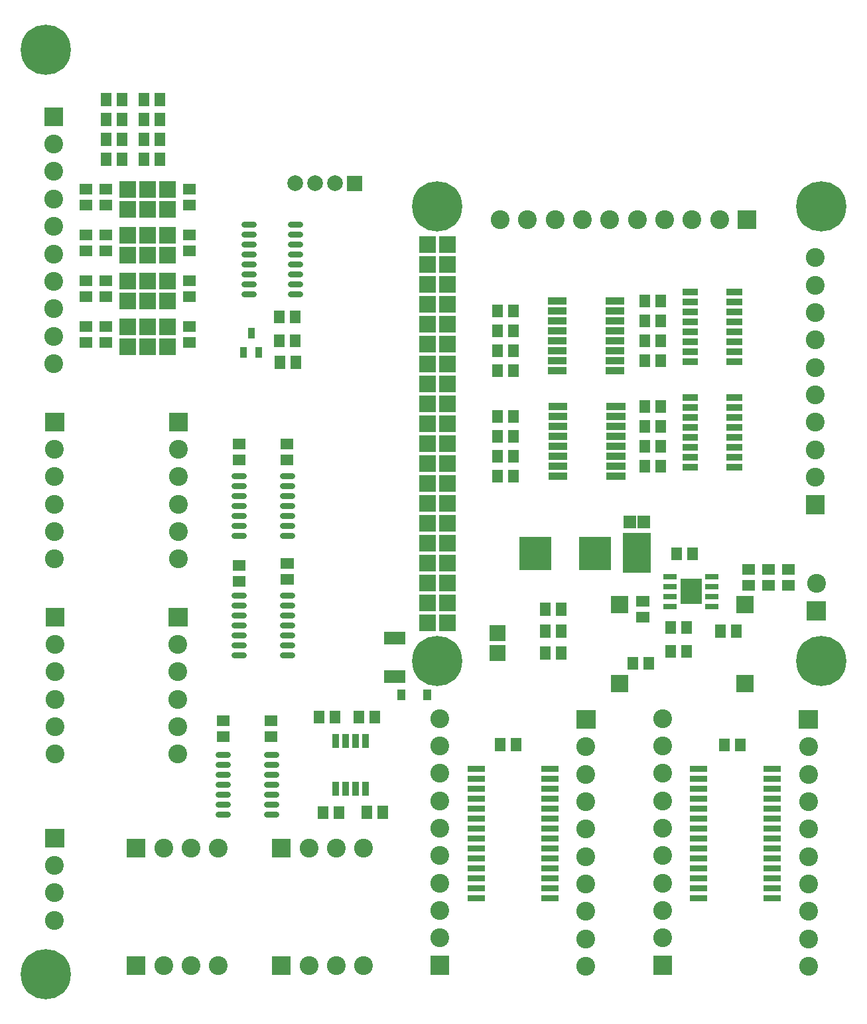
<source format=gbs>
G04 Layer: BottomSolderMaskLayer*
G04 EasyEDA v6.1.33, Mon, 29 Apr 2019 14:12:14 GMT*
G04 9590ad248ff846a5af0387b98c7a360c,91cc4837159741479c5be70faa949f3f,10*
G04 Gerber Generator version 0.2*
G04 Scale: 100 percent, Rotated: No, Reflected: No *
G04 Dimensions in millimeters *
G04 leading zeros omitted , absolute positions ,3 integer and 3 decimal *
%FSLAX33Y33*%
%MOMM*%
G90*
G71D02*

%ADD60R,2.133600X2.133600*%
%ADD65R,2.403196X2.403196*%
%ADD66C,2.403196*%
%ADD70C,2.003196*%
%ADD72R,1.363218X1.673098*%
%ADD76C,6.403188*%
%ADD77C,0.803199*%
%ADD78R,0.903199X1.453210*%
%ADD82R,4.053840X4.203700*%
%ADD86R,1.753210X0.803199*%
%ADD87R,2.803195X3.303194*%
%ADD89R,1.112520X1.422400*%

%LPD*%
G54D77*
G01X35956Y99193D02*
G01X34756Y99193D01*
G01X35956Y97923D02*
G01X34756Y97923D01*
G01X35956Y96653D02*
G01X34756Y96653D01*
G01X35956Y95383D02*
G01X34756Y95383D01*
G01X35956Y94113D02*
G01X34756Y94113D01*
G01X35956Y92843D02*
G01X34756Y92843D01*
G01X35956Y91573D02*
G01X34756Y91573D01*
G01X35956Y90303D02*
G01X34756Y90303D01*
G01X30013Y99193D02*
G01X28813Y99193D01*
G01X30013Y97923D02*
G01X28813Y97923D01*
G01X30013Y96653D02*
G01X28813Y96653D01*
G01X30013Y95383D02*
G01X28813Y95383D01*
G01X30013Y94113D02*
G01X28813Y94113D01*
G01X30012Y92843D02*
G01X28812Y92843D01*
G01X30013Y91573D02*
G01X28813Y91573D01*
G01X30013Y90303D02*
G01X28813Y90303D01*
G01X34940Y67088D02*
G01X33740Y67088D01*
G01X34940Y65818D02*
G01X33740Y65818D01*
G01X34940Y64548D02*
G01X33740Y64548D01*
G01X34940Y63278D02*
G01X33740Y63278D01*
G01X34940Y62008D02*
G01X33740Y62008D01*
G01X34940Y60738D02*
G01X33740Y60738D01*
G01X34940Y59468D02*
G01X33740Y59468D01*
G01X28743Y67088D02*
G01X27543Y67088D01*
G01X28743Y65818D02*
G01X27543Y65818D01*
G01X28743Y64548D02*
G01X27543Y64548D01*
G01X28743Y63278D02*
G01X27543Y63278D01*
G01X28743Y62008D02*
G01X27543Y62008D01*
G01X28743Y60738D02*
G01X27543Y60738D01*
G01X28743Y59468D02*
G01X27543Y59468D01*
G01X34940Y51848D02*
G01X33740Y51848D01*
G01X34940Y50578D02*
G01X33740Y50578D01*
G01X34940Y49308D02*
G01X33740Y49308D01*
G01X34940Y48038D02*
G01X33740Y48038D01*
G01X34940Y46768D02*
G01X33740Y46768D01*
G01X34940Y45498D02*
G01X33740Y45498D01*
G01X34940Y44228D02*
G01X33740Y44228D01*
G01X28743Y51848D02*
G01X27543Y51848D01*
G01X28743Y50578D02*
G01X27543Y50578D01*
G01X28743Y49308D02*
G01X27543Y49308D01*
G01X28743Y48038D02*
G01X27543Y48038D01*
G01X28743Y46768D02*
G01X27543Y46768D01*
G01X28743Y45498D02*
G01X27543Y45498D01*
G01X28743Y44228D02*
G01X27543Y44228D01*
G01X32908Y31528D02*
G01X31708Y31528D01*
G01X32908Y30258D02*
G01X31708Y30258D01*
G01X32908Y28988D02*
G01X31708Y28988D01*
G01X32908Y27718D02*
G01X31708Y27718D01*
G01X32908Y26448D02*
G01X31708Y26448D01*
G01X32908Y25178D02*
G01X31708Y25178D01*
G01X32908Y23908D02*
G01X31708Y23908D01*
G01X26711Y31528D02*
G01X25511Y31528D01*
G01X26711Y30258D02*
G01X25511Y30258D01*
G01X26711Y28988D02*
G01X25511Y28988D01*
G01X26711Y27718D02*
G01X25511Y27718D01*
G01X26711Y26448D02*
G01X25511Y26448D01*
G01X26711Y25178D02*
G01X25511Y25178D01*
G01X26711Y23908D02*
G01X25511Y23908D01*
G36*
G01X21008Y83425D02*
G01X21008Y84786D01*
G01X22680Y84786D01*
G01X22680Y83425D01*
G01X21008Y83425D01*
G37*
G36*
G01X21008Y85457D02*
G01X21008Y86818D01*
G01X22680Y86818D01*
G01X22680Y85457D01*
G01X21008Y85457D01*
G37*
G36*
G01X10340Y85457D02*
G01X10340Y86818D01*
G01X12012Y86818D01*
G01X12012Y85457D01*
G01X10340Y85457D01*
G37*
G36*
G01X10340Y83425D02*
G01X10340Y84786D01*
G01X12012Y84786D01*
G01X12012Y83425D01*
G01X10340Y83425D01*
G37*
G36*
G01X7800Y83425D02*
G01X7800Y84786D01*
G01X9472Y84786D01*
G01X9472Y83425D01*
G01X7800Y83425D01*
G37*
G36*
G01X7800Y85457D02*
G01X7800Y86818D01*
G01X9472Y86818D01*
G01X9472Y85457D01*
G01X7800Y85457D01*
G37*
G36*
G01X21008Y89267D02*
G01X21008Y90628D01*
G01X22680Y90628D01*
G01X22680Y89267D01*
G01X21008Y89267D01*
G37*
G36*
G01X21008Y91299D02*
G01X21008Y92660D01*
G01X22680Y92660D01*
G01X22680Y91299D01*
G01X21008Y91299D01*
G37*
G36*
G01X10340Y91299D02*
G01X10340Y92660D01*
G01X12012Y92660D01*
G01X12012Y91299D01*
G01X10340Y91299D01*
G37*
G36*
G01X10340Y89267D02*
G01X10340Y90628D01*
G01X12012Y90628D01*
G01X12012Y89267D01*
G01X10340Y89267D01*
G37*
G36*
G01X7800Y89267D02*
G01X7800Y90628D01*
G01X9472Y90628D01*
G01X9472Y89267D01*
G01X7800Y89267D01*
G37*
G36*
G01X7800Y91299D02*
G01X7800Y92660D01*
G01X9472Y92660D01*
G01X9472Y91299D01*
G01X7800Y91299D01*
G37*
G36*
G01X21008Y95109D02*
G01X21008Y96470D01*
G01X22680Y96470D01*
G01X22680Y95109D01*
G01X21008Y95109D01*
G37*
G36*
G01X21008Y97141D02*
G01X21008Y98502D01*
G01X22680Y98502D01*
G01X22680Y97141D01*
G01X21008Y97141D01*
G37*
G36*
G01X10340Y97141D02*
G01X10340Y98502D01*
G01X12012Y98502D01*
G01X12012Y97141D01*
G01X10340Y97141D01*
G37*
G36*
G01X10340Y95109D02*
G01X10340Y96470D01*
G01X12012Y96470D01*
G01X12012Y95109D01*
G01X10340Y95109D01*
G37*
G36*
G01X7800Y95109D02*
G01X7800Y96470D01*
G01X9472Y96470D01*
G01X9472Y95109D01*
G01X7800Y95109D01*
G37*
G36*
G01X7800Y97141D02*
G01X7800Y98502D01*
G01X9472Y98502D01*
G01X9472Y97141D01*
G01X7800Y97141D01*
G37*
G36*
G01X21008Y100951D02*
G01X21008Y102312D01*
G01X22680Y102312D01*
G01X22680Y100951D01*
G01X21008Y100951D01*
G37*
G36*
G01X21008Y102983D02*
G01X21008Y104344D01*
G01X22680Y104344D01*
G01X22680Y102983D01*
G01X21008Y102983D01*
G37*
G36*
G01X10340Y102983D02*
G01X10340Y104344D01*
G01X12012Y104344D01*
G01X12012Y102983D01*
G01X10340Y102983D01*
G37*
G36*
G01X10340Y100951D02*
G01X10340Y102312D01*
G01X12012Y102312D01*
G01X12012Y100951D01*
G01X10340Y100951D01*
G37*
G36*
G01X7800Y100951D02*
G01X7800Y102312D01*
G01X9472Y102312D01*
G01X9472Y100951D01*
G01X7800Y100951D01*
G37*
G36*
G01X7800Y102983D02*
G01X7800Y104344D01*
G01X9472Y104344D01*
G01X9472Y102983D01*
G01X7800Y102983D01*
G37*
G36*
G01X44785Y35518D02*
G01X44785Y37189D01*
G01X46147Y37189D01*
G01X46147Y35518D01*
G01X44785Y35518D01*
G37*
G36*
G01X42753Y35518D02*
G01X42753Y37189D01*
G01X44115Y37189D01*
G01X44115Y35518D01*
G01X42753Y35518D01*
G37*
G36*
G01X39705Y35518D02*
G01X39705Y37189D01*
G01X41067Y37189D01*
G01X41067Y35518D01*
G01X39705Y35518D01*
G37*
G36*
G01X37673Y35518D02*
G01X37673Y37189D01*
G01X39035Y37189D01*
G01X39035Y35518D01*
G01X37673Y35518D01*
G37*
G36*
G01X40213Y23326D02*
G01X40213Y24997D01*
G01X41575Y24997D01*
G01X41575Y23326D01*
G01X40213Y23326D01*
G37*
G36*
G01X38181Y23326D02*
G01X38181Y24997D01*
G01X39543Y24997D01*
G01X39543Y23326D01*
G01X38181Y23326D01*
G37*
G54D72*
G01X44450Y24162D03*
G01X46482Y24162D03*
G36*
G01X32593Y86572D02*
G01X32593Y88243D01*
G01X33955Y88243D01*
G01X33955Y86572D01*
G01X32593Y86572D01*
G37*
G36*
G01X34625Y86572D02*
G01X34625Y88243D01*
G01X35987Y88243D01*
G01X35987Y86574D01*
G01X34625Y86572D01*
G37*
G54D78*
G01X29717Y85355D03*
G01X28767Y82856D03*
G01X30667Y82856D03*
G36*
G01X32593Y83524D02*
G01X32593Y85195D01*
G01X33955Y85195D01*
G01X33955Y83524D01*
G01X32593Y83524D01*
G37*
G36*
G01X34625Y83524D02*
G01X34625Y85195D01*
G01X35987Y85195D01*
G01X35987Y83526D01*
G01X34625Y83524D01*
G37*
G36*
G01X32685Y80788D02*
G01X32685Y82460D01*
G01X34046Y82460D01*
G01X34046Y80788D01*
G01X32685Y80788D01*
G37*
G36*
G01X34717Y80788D02*
G01X34717Y82460D01*
G01X36078Y82460D01*
G01X36078Y80791D01*
G01X34717Y80788D01*
G37*
G54D72*
G01X13207Y115094D03*
G01X11175Y115094D03*
G01X18033Y115094D03*
G01X16001Y115094D03*
G01X13207Y107474D03*
G01X11175Y107474D03*
G01X18033Y107474D03*
G01X16001Y107474D03*
G01X13207Y110014D03*
G01X11175Y110014D03*
G01X18033Y110014D03*
G01X16001Y110014D03*
G01X13207Y112554D03*
G01X11175Y112554D03*
G01X18033Y112554D03*
G01X16001Y112554D03*
G36*
G01X57315Y12833D02*
G01X57315Y13646D01*
G01X59525Y13646D01*
G01X59525Y12833D01*
G01X57315Y12833D01*
G37*
G36*
G01X57315Y14103D02*
G01X57315Y14916D01*
G01X59525Y14916D01*
G01X59525Y14103D01*
G01X57315Y14103D01*
G37*
G36*
G01X57315Y15373D02*
G01X57315Y16186D01*
G01X59525Y16186D01*
G01X59525Y15373D01*
G01X57315Y15373D01*
G37*
G36*
G01X57315Y16643D02*
G01X57315Y17456D01*
G01X59525Y17456D01*
G01X59525Y16643D01*
G01X57315Y16643D01*
G37*
G36*
G01X57315Y17913D02*
G01X57315Y18726D01*
G01X59525Y18726D01*
G01X59525Y17913D01*
G01X57315Y17913D01*
G37*
G36*
G01X57315Y19183D02*
G01X57315Y19996D01*
G01X59525Y19996D01*
G01X59525Y19183D01*
G01X57315Y19183D01*
G37*
G36*
G01X57315Y20453D02*
G01X57315Y21266D01*
G01X59525Y21266D01*
G01X59525Y20453D01*
G01X57315Y20453D01*
G37*
G36*
G01X57315Y21723D02*
G01X57315Y22536D01*
G01X59525Y22536D01*
G01X59525Y21723D01*
G01X57315Y21723D01*
G37*
G36*
G01X57315Y22993D02*
G01X57315Y23806D01*
G01X59525Y23806D01*
G01X59525Y22993D01*
G01X57315Y22993D01*
G37*
G36*
G01X57315Y24263D02*
G01X57315Y25076D01*
G01X59525Y25076D01*
G01X59525Y24263D01*
G01X57315Y24263D01*
G37*
G36*
G01X57315Y25533D02*
G01X57315Y26346D01*
G01X59525Y26346D01*
G01X59525Y25533D01*
G01X57315Y25533D01*
G37*
G36*
G01X57315Y26803D02*
G01X57315Y27616D01*
G01X59525Y27616D01*
G01X59525Y26803D01*
G01X57315Y26803D01*
G37*
G36*
G01X57315Y28073D02*
G01X57315Y28886D01*
G01X59525Y28886D01*
G01X59525Y28073D01*
G01X57315Y28073D01*
G37*
G36*
G01X57315Y29343D02*
G01X57315Y30156D01*
G01X59525Y30156D01*
G01X59525Y29343D01*
G01X57315Y29343D01*
G37*
G36*
G01X66713Y12833D02*
G01X66713Y13646D01*
G01X68923Y13646D01*
G01X68923Y12833D01*
G01X66713Y12833D01*
G37*
G36*
G01X66713Y14103D02*
G01X66713Y14916D01*
G01X68923Y14916D01*
G01X68923Y14103D01*
G01X66713Y14103D01*
G37*
G36*
G01X66713Y15373D02*
G01X66713Y16186D01*
G01X68923Y16186D01*
G01X68923Y15373D01*
G01X66713Y15373D01*
G37*
G36*
G01X66713Y16643D02*
G01X66713Y17456D01*
G01X68923Y17456D01*
G01X68923Y16643D01*
G01X66713Y16643D01*
G37*
G36*
G01X66713Y17913D02*
G01X66713Y18726D01*
G01X68923Y18726D01*
G01X68923Y17913D01*
G01X66713Y17913D01*
G37*
G36*
G01X66713Y19183D02*
G01X66713Y19996D01*
G01X68923Y19996D01*
G01X68923Y19183D01*
G01X66713Y19183D01*
G37*
G36*
G01X66713Y20453D02*
G01X66713Y21266D01*
G01X68923Y21266D01*
G01X68923Y20453D01*
G01X66713Y20453D01*
G37*
G36*
G01X66713Y21723D02*
G01X66713Y22536D01*
G01X68923Y22536D01*
G01X68923Y21723D01*
G01X66713Y21723D01*
G37*
G36*
G01X66713Y22993D02*
G01X66713Y23806D01*
G01X68923Y23806D01*
G01X68923Y22993D01*
G01X66713Y22993D01*
G37*
G36*
G01X66713Y24263D02*
G01X66713Y25076D01*
G01X68923Y25076D01*
G01X68923Y24263D01*
G01X66713Y24263D01*
G37*
G36*
G01X66713Y25533D02*
G01X66713Y26346D01*
G01X68923Y26346D01*
G01X68923Y25533D01*
G01X66713Y25533D01*
G37*
G36*
G01X66713Y26803D02*
G01X66713Y27616D01*
G01X68923Y27616D01*
G01X68923Y26803D01*
G01X66713Y26803D01*
G37*
G36*
G01X66713Y28073D02*
G01X66713Y28886D01*
G01X68923Y28886D01*
G01X68923Y28073D01*
G01X66713Y28073D01*
G37*
G36*
G01X66713Y29343D02*
G01X66713Y30156D01*
G01X68923Y30156D01*
G01X68923Y29343D01*
G01X66713Y29343D01*
G37*
G01X61468Y32798D03*
G01X63500Y32798D03*
G36*
G01X85705Y12833D02*
G01X85705Y13646D01*
G01X87914Y13646D01*
G01X87914Y12833D01*
G01X85705Y12833D01*
G37*
G36*
G01X85705Y14103D02*
G01X85705Y14916D01*
G01X87914Y14916D01*
G01X87914Y14103D01*
G01X85705Y14103D01*
G37*
G36*
G01X85705Y15373D02*
G01X85705Y16186D01*
G01X87914Y16186D01*
G01X87914Y15373D01*
G01X85705Y15373D01*
G37*
G36*
G01X85705Y16643D02*
G01X85705Y17456D01*
G01X87914Y17456D01*
G01X87914Y16643D01*
G01X85705Y16643D01*
G37*
G36*
G01X85705Y17913D02*
G01X85705Y18726D01*
G01X87914Y18726D01*
G01X87914Y17913D01*
G01X85705Y17913D01*
G37*
G36*
G01X85705Y19183D02*
G01X85705Y19996D01*
G01X87914Y19996D01*
G01X87914Y19183D01*
G01X85705Y19183D01*
G37*
G36*
G01X85705Y20453D02*
G01X85705Y21266D01*
G01X87914Y21266D01*
G01X87914Y20453D01*
G01X85705Y20453D01*
G37*
G36*
G01X85705Y21723D02*
G01X85705Y22536D01*
G01X87914Y22536D01*
G01X87914Y21723D01*
G01X85705Y21723D01*
G37*
G36*
G01X85705Y22993D02*
G01X85705Y23806D01*
G01X87914Y23806D01*
G01X87914Y22993D01*
G01X85705Y22993D01*
G37*
G36*
G01X85705Y24263D02*
G01X85705Y25076D01*
G01X87914Y25076D01*
G01X87914Y24263D01*
G01X85705Y24263D01*
G37*
G36*
G01X85705Y25533D02*
G01X85705Y26346D01*
G01X87914Y26346D01*
G01X87914Y25533D01*
G01X85705Y25533D01*
G37*
G36*
G01X85705Y26803D02*
G01X85705Y27616D01*
G01X87914Y27616D01*
G01X87914Y26803D01*
G01X85705Y26803D01*
G37*
G36*
G01X85705Y28073D02*
G01X85705Y28886D01*
G01X87914Y28886D01*
G01X87914Y28073D01*
G01X85705Y28073D01*
G37*
G36*
G01X85705Y29343D02*
G01X85705Y30156D01*
G01X87914Y30156D01*
G01X87914Y29343D01*
G01X85705Y29343D01*
G37*
G36*
G01X95103Y12833D02*
G01X95103Y13646D01*
G01X97312Y13646D01*
G01X97312Y12833D01*
G01X95103Y12833D01*
G37*
G36*
G01X95103Y14103D02*
G01X95103Y14916D01*
G01X97312Y14916D01*
G01X97312Y14103D01*
G01X95103Y14103D01*
G37*
G36*
G01X95103Y15373D02*
G01X95103Y16186D01*
G01X97312Y16186D01*
G01X97312Y15373D01*
G01X95103Y15373D01*
G37*
G36*
G01X95103Y16643D02*
G01X95103Y17456D01*
G01X97312Y17456D01*
G01X97312Y16643D01*
G01X95103Y16643D01*
G37*
G36*
G01X95103Y17913D02*
G01X95103Y18726D01*
G01X97312Y18726D01*
G01X97312Y17913D01*
G01X95103Y17913D01*
G37*
G36*
G01X95103Y19183D02*
G01X95103Y19996D01*
G01X97312Y19996D01*
G01X97312Y19183D01*
G01X95103Y19183D01*
G37*
G36*
G01X95103Y20453D02*
G01X95103Y21266D01*
G01X97312Y21266D01*
G01X97312Y20453D01*
G01X95103Y20453D01*
G37*
G36*
G01X95103Y21723D02*
G01X95103Y22536D01*
G01X97312Y22536D01*
G01X97312Y21723D01*
G01X95103Y21723D01*
G37*
G36*
G01X95103Y22993D02*
G01X95103Y23806D01*
G01X97312Y23806D01*
G01X97312Y22993D01*
G01X95103Y22993D01*
G37*
G36*
G01X95103Y24263D02*
G01X95103Y25076D01*
G01X97312Y25076D01*
G01X97312Y24263D01*
G01X95103Y24263D01*
G37*
G36*
G01X95103Y25533D02*
G01X95103Y26346D01*
G01X97312Y26346D01*
G01X97312Y25533D01*
G01X95103Y25533D01*
G37*
G36*
G01X95103Y26803D02*
G01X95103Y27616D01*
G01X97312Y27616D01*
G01X97312Y26803D01*
G01X95103Y26803D01*
G37*
G36*
G01X95103Y28073D02*
G01X95103Y28886D01*
G01X97312Y28886D01*
G01X97312Y28073D01*
G01X95103Y28073D01*
G37*
G36*
G01X95103Y29343D02*
G01X95103Y30156D01*
G01X97312Y30156D01*
G01X97312Y29343D01*
G01X95103Y29343D01*
G37*
G36*
G01X89431Y31962D02*
G01X89431Y33633D01*
G01X90792Y33633D01*
G01X90792Y31962D01*
G01X89431Y31962D01*
G37*
G36*
G01X91463Y31962D02*
G01X91463Y33633D01*
G01X92824Y33633D01*
G01X92824Y31962D01*
G01X91463Y31962D01*
G37*
G36*
G01X60475Y79714D02*
G01X60475Y81385D01*
G01X61836Y81385D01*
G01X61836Y79714D01*
G01X60475Y79714D01*
G37*
G36*
G01X62507Y79714D02*
G01X62507Y81385D01*
G01X63868Y81385D01*
G01X63868Y79714D01*
G01X62507Y79714D01*
G37*
G36*
G01X60475Y82254D02*
G01X60475Y83925D01*
G01X61836Y83925D01*
G01X61836Y82254D01*
G01X60475Y82254D01*
G37*
G36*
G01X62507Y82254D02*
G01X62507Y83925D01*
G01X63868Y83925D01*
G01X63868Y82254D01*
G01X62507Y82254D01*
G37*
G36*
G01X60475Y84794D02*
G01X60475Y86465D01*
G01X61836Y86465D01*
G01X61836Y84794D01*
G01X60475Y84794D01*
G37*
G36*
G01X62507Y84794D02*
G01X62507Y86465D01*
G01X63868Y86465D01*
G01X63868Y84794D01*
G01X62507Y84794D01*
G37*
G36*
G01X60475Y87334D02*
G01X60475Y89005D01*
G01X61836Y89005D01*
G01X61836Y87334D01*
G01X60475Y87334D01*
G37*
G36*
G01X62507Y87334D02*
G01X62507Y89005D01*
G01X63868Y89005D01*
G01X63868Y87334D01*
G01X62507Y87334D01*
G37*
G36*
G01X60475Y66252D02*
G01X60475Y67923D01*
G01X61836Y67923D01*
G01X61836Y66252D01*
G01X60475Y66252D01*
G37*
G36*
G01X62507Y66252D02*
G01X62507Y67923D01*
G01X63868Y67923D01*
G01X63868Y66252D01*
G01X62507Y66252D01*
G37*
G36*
G01X60475Y68792D02*
G01X60475Y70463D01*
G01X61836Y70463D01*
G01X61836Y68792D01*
G01X60475Y68792D01*
G37*
G36*
G01X62507Y68792D02*
G01X62507Y70463D01*
G01X63868Y70463D01*
G01X63868Y68792D01*
G01X62507Y68792D01*
G37*
G36*
G01X60475Y71332D02*
G01X60475Y73003D01*
G01X61836Y73003D01*
G01X61836Y71332D01*
G01X60475Y71332D01*
G37*
G36*
G01X62507Y71332D02*
G01X62507Y73003D01*
G01X63868Y73003D01*
G01X63868Y71332D01*
G01X62507Y71332D01*
G37*
G36*
G01X60475Y73872D02*
G01X60475Y75543D01*
G01X61836Y75543D01*
G01X61836Y73872D01*
G01X60475Y73872D01*
G37*
G36*
G01X62507Y73872D02*
G01X62507Y75543D01*
G01X63868Y75543D01*
G01X63868Y73872D01*
G01X62507Y73872D01*
G37*
G36*
G01X97462Y54469D02*
G01X97462Y55830D01*
G01X99134Y55830D01*
G01X99134Y54469D01*
G01X97462Y54469D01*
G37*
G36*
G01X97462Y52437D02*
G01X97462Y53798D01*
G01X99134Y53798D01*
G01X99134Y52437D01*
G01X97462Y52437D01*
G37*
G36*
G01X78862Y48373D02*
G01X78862Y49734D01*
G01X80533Y49734D01*
G01X80533Y48373D01*
G01X78862Y48373D01*
G37*
G36*
G01X78862Y50405D02*
G01X78862Y51766D01*
G01X80533Y51766D01*
G01X80533Y50405D01*
G01X78862Y50405D01*
G37*
G36*
G01X92382Y54469D02*
G01X92382Y55830D01*
G01X94054Y55830D01*
G01X94054Y54469D01*
G01X92382Y54469D01*
G37*
G36*
G01X92382Y52437D02*
G01X92382Y53798D01*
G01X94054Y53798D01*
G01X94054Y52437D01*
G01X92382Y52437D01*
G37*
G01X91636Y47276D03*
G01X89604Y47276D03*
G36*
G01X77747Y42376D02*
G01X77747Y44047D01*
G01X79108Y44047D01*
G01X79108Y42376D01*
G01X77747Y42376D01*
G37*
G36*
G01X79779Y42376D02*
G01X79779Y44047D01*
G01X81140Y44047D01*
G01X81140Y42376D01*
G01X79779Y42376D01*
G37*
G36*
G01X79042Y60410D02*
G01X79042Y62013D01*
G01X80635Y62013D01*
G01X80635Y60410D01*
G01X79042Y60410D01*
G37*
G36*
G01X77231Y60410D02*
G01X77231Y62013D01*
G01X78826Y62013D01*
G01X78826Y60410D01*
G01X77231Y60410D01*
G37*
G36*
G01X77155Y54789D02*
G01X77155Y59854D01*
G01X80716Y59854D01*
G01X80716Y54789D01*
G01X77155Y54789D01*
G37*
G36*
G01X94922Y54469D02*
G01X94922Y55830D01*
G01X96594Y55830D01*
G01X96594Y54469D01*
G01X94922Y54469D01*
G37*
G36*
G01X94922Y52437D02*
G01X94922Y53798D01*
G01X96594Y53798D01*
G01X96594Y52437D01*
G01X94922Y52437D01*
G37*
G54D82*
G01X65956Y57180D03*
G01X73627Y57180D03*
G54D72*
G01X69284Y50070D03*
G01X67252Y50070D03*
G01X69284Y47276D03*
G01X67252Y47276D03*
G01X69284Y44482D03*
G01X67252Y44482D03*
G36*
G01X82573Y46948D02*
G01X82573Y48619D01*
G01X83934Y48619D01*
G01X83934Y46948D01*
G01X82573Y46948D01*
G37*
G36*
G01X84605Y46948D02*
G01X84605Y48619D01*
G01X85966Y48619D01*
G01X85966Y46948D01*
G01X84605Y46948D01*
G37*
G36*
G01X82573Y43900D02*
G01X82573Y45571D01*
G01X83934Y45571D01*
G01X83934Y43900D01*
G01X82573Y43900D01*
G37*
G36*
G01X84605Y43900D02*
G01X84605Y45571D01*
G01X85966Y45571D01*
G01X85966Y43900D01*
G01X84605Y43900D01*
G37*
G36*
G01X67574Y80097D02*
G01X67574Y81002D01*
G01X69977Y81002D01*
G01X69977Y80097D01*
G01X67574Y80097D01*
G37*
G36*
G01X67574Y81367D02*
G01X67574Y82272D01*
G01X69977Y82272D01*
G01X69977Y81367D01*
G01X67574Y81367D01*
G37*
G36*
G01X67574Y82637D02*
G01X67574Y83542D01*
G01X69977Y83542D01*
G01X69977Y82637D01*
G01X67574Y82637D01*
G37*
G36*
G01X67574Y83907D02*
G01X67574Y84812D01*
G01X69977Y84812D01*
G01X69977Y83907D01*
G01X67574Y83907D01*
G37*
G36*
G01X67574Y85177D02*
G01X67574Y86082D01*
G01X69977Y86082D01*
G01X69977Y85177D01*
G01X67574Y85177D01*
G37*
G36*
G01X67574Y86447D02*
G01X67574Y87352D01*
G01X69977Y87352D01*
G01X69977Y86447D01*
G01X67574Y86447D01*
G37*
G36*
G01X67574Y87717D02*
G01X67574Y88622D01*
G01X69977Y88622D01*
G01X69977Y87717D01*
G01X67574Y87717D01*
G37*
G36*
G01X67574Y88987D02*
G01X67574Y89892D01*
G01X69977Y89892D01*
G01X69977Y88987D01*
G01X67574Y88987D01*
G37*
G36*
G01X74973Y88987D02*
G01X74973Y89892D01*
G01X77376Y89892D01*
G01X77376Y88987D01*
G01X74973Y88987D01*
G37*
G36*
G01X74973Y87717D02*
G01X74973Y88622D01*
G01X77376Y88622D01*
G01X77376Y87717D01*
G01X74973Y87717D01*
G37*
G36*
G01X74973Y86447D02*
G01X74973Y87352D01*
G01X77376Y87352D01*
G01X77376Y86447D01*
G01X74973Y86447D01*
G37*
G36*
G01X74973Y85177D02*
G01X74973Y86082D01*
G01X77376Y86082D01*
G01X77376Y85177D01*
G01X74973Y85177D01*
G37*
G36*
G01X74973Y83907D02*
G01X74973Y84812D01*
G01X77376Y84812D01*
G01X77376Y83907D01*
G01X74973Y83907D01*
G37*
G36*
G01X74973Y82637D02*
G01X74973Y83542D01*
G01X77376Y83542D01*
G01X77376Y82637D01*
G01X74973Y82637D01*
G37*
G36*
G01X74973Y81367D02*
G01X74973Y82272D01*
G01X77376Y82272D01*
G01X77376Y81367D01*
G01X74973Y81367D01*
G37*
G36*
G01X74973Y80097D02*
G01X74973Y81002D01*
G01X77376Y81002D01*
G01X77376Y80097D01*
G01X74973Y80097D01*
G37*
G36*
G01X79271Y80984D02*
G01X79271Y82655D01*
G01X80632Y82655D01*
G01X80632Y80984D01*
G01X79271Y80984D01*
G37*
G36*
G01X81303Y80984D02*
G01X81303Y82655D01*
G01X82664Y82655D01*
G01X82664Y80984D01*
G01X81303Y80984D01*
G37*
G36*
G01X79271Y67522D02*
G01X79271Y69193D01*
G01X80632Y69193D01*
G01X80632Y67522D01*
G01X79271Y67522D01*
G37*
G36*
G01X81303Y67522D02*
G01X81303Y69193D01*
G01X82664Y69193D01*
G01X82664Y67522D01*
G01X81303Y67522D01*
G37*
G36*
G01X79271Y70062D02*
G01X79271Y71733D01*
G01X80632Y71733D01*
G01X80632Y70062D01*
G01X79271Y70062D01*
G37*
G36*
G01X81303Y70062D02*
G01X81303Y71733D01*
G01X82664Y71733D01*
G01X82664Y70062D01*
G01X81303Y70062D01*
G37*
G36*
G01X79271Y72602D02*
G01X79271Y74273D01*
G01X80632Y74273D01*
G01X80632Y72602D01*
G01X79271Y72602D01*
G37*
G36*
G01X81303Y72602D02*
G01X81303Y74273D01*
G01X82664Y74273D01*
G01X82664Y72602D01*
G01X81303Y72602D01*
G37*
G36*
G01X79271Y75142D02*
G01X79271Y76813D01*
G01X80632Y76813D01*
G01X80632Y75142D01*
G01X79271Y75142D01*
G37*
G36*
G01X81303Y75142D02*
G01X81303Y76813D01*
G01X82664Y76813D01*
G01X82664Y75142D01*
G01X81303Y75142D01*
G37*
G36*
G01X79271Y86064D02*
G01X79271Y87735D01*
G01X80632Y87735D01*
G01X80632Y86064D01*
G01X79271Y86064D01*
G37*
G36*
G01X81303Y86064D02*
G01X81303Y87735D01*
G01X82664Y87735D01*
G01X82664Y86064D01*
G01X81303Y86064D01*
G37*
G36*
G01X79271Y88604D02*
G01X79271Y90275D01*
G01X80632Y90275D01*
G01X80632Y88604D01*
G01X79271Y88604D01*
G37*
G36*
G01X81303Y88604D02*
G01X81303Y90275D01*
G01X82664Y90275D01*
G01X82664Y88604D01*
G01X81303Y88604D01*
G37*
G36*
G01X79271Y83524D02*
G01X79271Y85195D01*
G01X80632Y85195D01*
G01X80632Y83524D01*
G01X79271Y83524D01*
G37*
G36*
G01X81303Y83524D02*
G01X81303Y85195D01*
G01X82664Y85195D01*
G01X82664Y83524D01*
G01X81303Y83524D01*
G37*
G36*
G01X83335Y56346D02*
G01X83335Y58017D01*
G01X84696Y58017D01*
G01X84696Y56346D01*
G01X83335Y56346D01*
G37*
G36*
G01X85367Y56346D02*
G01X85367Y58017D01*
G01X86728Y58017D01*
G01X86728Y56346D01*
G01X85367Y56346D01*
G37*
G36*
G01X90411Y90156D02*
G01X90411Y91009D01*
G01X92364Y91009D01*
G01X92364Y90156D01*
G01X90411Y90156D01*
G37*
G36*
G01X90411Y88886D02*
G01X90411Y89739D01*
G01X92364Y89739D01*
G01X92364Y88886D01*
G01X90411Y88886D01*
G37*
G36*
G01X90411Y87616D02*
G01X90411Y88469D01*
G01X92364Y88469D01*
G01X92364Y87616D01*
G01X90411Y87616D01*
G37*
G36*
G01X90411Y86346D02*
G01X90411Y87199D01*
G01X92364Y87199D01*
G01X92364Y86346D01*
G01X90411Y86346D01*
G37*
G36*
G01X90411Y85076D02*
G01X90411Y85929D01*
G01X92364Y85929D01*
G01X92364Y85076D01*
G01X90411Y85076D01*
G37*
G36*
G01X90411Y83806D02*
G01X90411Y84659D01*
G01X92364Y84659D01*
G01X92364Y83806D01*
G01X90411Y83806D01*
G37*
G36*
G01X90411Y82536D02*
G01X90411Y83389D01*
G01X92364Y83389D01*
G01X92364Y82536D01*
G01X90411Y82536D01*
G37*
G36*
G01X90411Y81266D02*
G01X90411Y82119D01*
G01X92364Y82119D01*
G01X92364Y81266D01*
G01X90411Y81266D01*
G37*
G36*
G01X84813Y81266D02*
G01X84813Y82119D01*
G01X86766Y82119D01*
G01X86766Y81266D01*
G01X84813Y81266D01*
G37*
G36*
G01X84813Y82536D02*
G01X84813Y83389D01*
G01X86766Y83389D01*
G01X86766Y82536D01*
G01X84813Y82536D01*
G37*
G36*
G01X84813Y83806D02*
G01X84813Y84659D01*
G01X86766Y84659D01*
G01X86766Y83806D01*
G01X84813Y83806D01*
G37*
G36*
G01X84813Y85076D02*
G01X84813Y85929D01*
G01X86766Y85929D01*
G01X86766Y85076D01*
G01X84813Y85076D01*
G37*
G36*
G01X84813Y86346D02*
G01X84813Y87199D01*
G01X86766Y87199D01*
G01X86766Y86346D01*
G01X84813Y86346D01*
G37*
G36*
G01X84813Y87616D02*
G01X84813Y88469D01*
G01X86766Y88469D01*
G01X86766Y87616D01*
G01X84813Y87616D01*
G37*
G36*
G01X84813Y88886D02*
G01X84813Y89739D01*
G01X86766Y89739D01*
G01X86766Y88886D01*
G01X84813Y88886D01*
G37*
G36*
G01X84813Y90156D02*
G01X84813Y91009D01*
G01X86766Y91009D01*
G01X86766Y90156D01*
G01X84813Y90156D01*
G37*
G36*
G01X90411Y76694D02*
G01X90411Y77547D01*
G01X92364Y77547D01*
G01X92364Y76694D01*
G01X90411Y76694D01*
G37*
G36*
G01X90411Y75424D02*
G01X90411Y76277D01*
G01X92364Y76277D01*
G01X92364Y75424D01*
G01X90411Y75424D01*
G37*
G36*
G01X90411Y74154D02*
G01X90411Y75007D01*
G01X92364Y75007D01*
G01X92364Y74154D01*
G01X90411Y74154D01*
G37*
G36*
G01X90411Y72884D02*
G01X90411Y73737D01*
G01X92364Y73737D01*
G01X92364Y72884D01*
G01X90411Y72884D01*
G37*
G36*
G01X90411Y71614D02*
G01X90411Y72467D01*
G01X92364Y72467D01*
G01X92364Y71614D01*
G01X90411Y71614D01*
G37*
G36*
G01X90411Y70344D02*
G01X90411Y71197D01*
G01X92364Y71197D01*
G01X92364Y70344D01*
G01X90411Y70344D01*
G37*
G36*
G01X90411Y69074D02*
G01X90411Y69927D01*
G01X92364Y69927D01*
G01X92364Y69074D01*
G01X90411Y69074D01*
G37*
G36*
G01X90411Y67804D02*
G01X90411Y68657D01*
G01X92364Y68657D01*
G01X92364Y67804D01*
G01X90411Y67804D01*
G37*
G36*
G01X84813Y67804D02*
G01X84813Y68657D01*
G01X86766Y68657D01*
G01X86766Y67804D01*
G01X84813Y67804D01*
G37*
G36*
G01X84813Y69074D02*
G01X84813Y69927D01*
G01X86766Y69927D01*
G01X86766Y69074D01*
G01X84813Y69074D01*
G37*
G36*
G01X84813Y70344D02*
G01X84813Y71197D01*
G01X86766Y71197D01*
G01X86766Y70344D01*
G01X84813Y70344D01*
G37*
G36*
G01X84813Y71614D02*
G01X84813Y72467D01*
G01X86766Y72467D01*
G01X86766Y71614D01*
G01X84813Y71614D01*
G37*
G36*
G01X84813Y72884D02*
G01X84813Y73737D01*
G01X86766Y73737D01*
G01X86766Y72884D01*
G01X84813Y72884D01*
G37*
G36*
G01X84813Y74154D02*
G01X84813Y75007D01*
G01X86766Y75007D01*
G01X86766Y74154D01*
G01X84813Y74154D01*
G37*
G36*
G01X84813Y75424D02*
G01X84813Y76277D01*
G01X86766Y76277D01*
G01X86766Y75424D01*
G01X84813Y75424D01*
G37*
G36*
G01X84813Y76694D02*
G01X84813Y77547D01*
G01X86766Y77547D01*
G01X86766Y76694D01*
G01X84813Y76694D01*
G37*
G36*
G01X40112Y32429D02*
G01X40112Y34182D01*
G01X40914Y34182D01*
G01X40914Y32429D01*
G01X40112Y32429D01*
G37*
G36*
G01X41382Y32429D02*
G01X41382Y34182D01*
G01X42184Y34182D01*
G01X42184Y32429D01*
G01X41382Y32429D01*
G37*
G36*
G01X42652Y32429D02*
G01X42652Y34182D01*
G01X43454Y34182D01*
G01X43454Y32429D01*
G01X42652Y32429D01*
G37*
G36*
G01X43922Y32429D02*
G01X43922Y34182D01*
G01X44724Y34182D01*
G01X44724Y32429D01*
G01X43922Y32429D01*
G37*
G36*
G01X43922Y26308D02*
G01X43922Y28060D01*
G01X44724Y28060D01*
G01X44724Y26308D01*
G01X43922Y26308D01*
G37*
G36*
G01X42652Y26308D02*
G01X42652Y28060D01*
G01X43454Y28060D01*
G01X43454Y26308D01*
G01X42652Y26308D01*
G37*
G36*
G01X41382Y26308D02*
G01X41382Y28060D01*
G01X42184Y28060D01*
G01X42184Y26308D01*
G01X41382Y26308D01*
G37*
G36*
G01X40112Y26308D02*
G01X40112Y28060D01*
G01X40914Y28060D01*
G01X40914Y26308D01*
G01X40112Y26308D01*
G37*
G36*
G01X33513Y53199D02*
G01X33513Y54560D01*
G01X35184Y54560D01*
G01X35184Y53199D01*
G01X33513Y53199D01*
G37*
G36*
G01X33513Y55231D02*
G01X33513Y56592D01*
G01X35184Y56592D01*
G01X35184Y55231D01*
G01X33513Y55231D01*
G37*
G36*
G01X27358Y52945D02*
G01X27358Y54306D01*
G01X29030Y54306D01*
G01X29030Y52945D01*
G01X27358Y52945D01*
G37*
G36*
G01X27358Y54977D02*
G01X27358Y56338D01*
G01X29030Y56338D01*
G01X29030Y54977D01*
G01X27358Y54977D01*
G37*
G36*
G01X33454Y68439D02*
G01X33454Y69800D01*
G01X35126Y69800D01*
G01X35126Y68439D01*
G01X33454Y68439D01*
G37*
G36*
G01X33454Y70471D02*
G01X33454Y71832D01*
G01X35126Y71832D01*
G01X35126Y70471D01*
G01X33454Y70471D01*
G37*
G36*
G01X27358Y68439D02*
G01X27358Y69800D01*
G01X29030Y69800D01*
G01X29030Y68439D01*
G01X27358Y68439D01*
G37*
G36*
G01X27358Y70471D02*
G01X27358Y71832D01*
G01X29030Y71832D01*
G01X29030Y70471D01*
G01X27358Y70471D01*
G37*
G36*
G01X31422Y33133D02*
G01X31422Y34494D01*
G01X33094Y34494D01*
G01X33094Y33133D01*
G01X31422Y33133D01*
G37*
G36*
G01X31422Y35165D02*
G01X31422Y36526D01*
G01X33094Y36526D01*
G01X33094Y35165D01*
G01X31422Y35165D01*
G37*
G36*
G01X25326Y33133D02*
G01X25326Y34494D01*
G01X26998Y34494D01*
G01X26998Y33133D01*
G01X25326Y33133D01*
G37*
G36*
G01X25326Y35165D02*
G01X25326Y36526D01*
G01X26998Y36526D01*
G01X26998Y35165D01*
G01X25326Y35165D01*
G37*
G36*
G01X67691Y66635D02*
G01X67691Y67540D01*
G01X70094Y67540D01*
G01X70094Y66635D01*
G01X67691Y66635D01*
G37*
G36*
G01X67691Y67905D02*
G01X67691Y68810D01*
G01X70094Y68810D01*
G01X70094Y67905D01*
G01X67691Y67905D01*
G37*
G36*
G01X67691Y69175D02*
G01X67691Y70080D01*
G01X70094Y70080D01*
G01X70094Y69175D01*
G01X67691Y69175D01*
G37*
G36*
G01X67691Y70445D02*
G01X67691Y71350D01*
G01X70094Y71350D01*
G01X70094Y70445D01*
G01X67691Y70445D01*
G37*
G36*
G01X67691Y71715D02*
G01X67691Y72620D01*
G01X70094Y72620D01*
G01X70094Y71715D01*
G01X67691Y71715D01*
G37*
G36*
G01X67691Y72985D02*
G01X67691Y73890D01*
G01X70094Y73890D01*
G01X70094Y72985D01*
G01X67691Y72985D01*
G37*
G36*
G01X67691Y74255D02*
G01X67691Y75160D01*
G01X70094Y75160D01*
G01X70094Y74255D01*
G01X67691Y74255D01*
G37*
G36*
G01X67691Y75525D02*
G01X67691Y76430D01*
G01X70094Y76430D01*
G01X70094Y75525D01*
G01X67691Y75525D01*
G37*
G36*
G01X75090Y75525D02*
G01X75090Y76430D01*
G01X77493Y76430D01*
G01X77493Y75525D01*
G01X75090Y75525D01*
G37*
G36*
G01X75090Y74255D02*
G01X75090Y75160D01*
G01X77493Y75160D01*
G01X77493Y74255D01*
G01X75090Y74255D01*
G37*
G36*
G01X75090Y72985D02*
G01X75090Y73890D01*
G01X77493Y73890D01*
G01X77493Y72985D01*
G01X75090Y72985D01*
G37*
G36*
G01X75090Y71715D02*
G01X75090Y72620D01*
G01X77493Y72620D01*
G01X77493Y71715D01*
G01X75090Y71715D01*
G37*
G36*
G01X75090Y70445D02*
G01X75090Y71350D01*
G01X77493Y71350D01*
G01X77493Y70445D01*
G01X75090Y70445D01*
G37*
G36*
G01X75090Y69175D02*
G01X75090Y70080D01*
G01X77493Y70080D01*
G01X77493Y69175D01*
G01X75090Y69175D01*
G37*
G36*
G01X75090Y67905D02*
G01X75090Y68810D01*
G01X77493Y68810D01*
G01X77493Y67905D01*
G01X75090Y67905D01*
G37*
G36*
G01X75090Y66635D02*
G01X75090Y67540D01*
G01X77493Y67540D01*
G01X77493Y66635D01*
G01X75090Y66635D01*
G37*
G54D86*
G01X88552Y54261D03*
G01X88552Y52991D03*
G01X88552Y51721D03*
G01X88552Y50451D03*
G01X83152Y50451D03*
G01X83152Y51721D03*
G01X83152Y52991D03*
G01X83152Y54261D03*
G54D87*
G01X85852Y52356D03*
G36*
G01X46655Y45622D02*
G01X46655Y47225D01*
G01X49357Y47225D01*
G01X49357Y45622D01*
G01X46655Y45622D01*
G37*
G36*
G01X46655Y40720D02*
G01X46655Y42323D01*
G01X49357Y42323D01*
G01X49357Y40720D01*
G01X46655Y40720D01*
G37*
G54D89*
G01X52172Y39148D03*
G01X48920Y39148D03*
G36*
G01X12903Y85071D02*
G01X12903Y87204D01*
G01X15037Y87204D01*
G01X15037Y85071D01*
G01X12903Y85071D01*
G37*
G36*
G01X15443Y85071D02*
G01X15443Y87204D01*
G01X17577Y87204D01*
G01X17577Y85071D01*
G01X15443Y85071D01*
G37*
G36*
G01X17983Y85071D02*
G01X17983Y87204D01*
G01X20117Y87204D01*
G01X20117Y85071D01*
G01X17983Y85071D01*
G37*
G36*
G01X12903Y82531D02*
G01X12903Y84664D01*
G01X15037Y84664D01*
G01X15037Y82531D01*
G01X12903Y82531D01*
G37*
G36*
G01X15443Y82531D02*
G01X15443Y84664D01*
G01X17577Y84664D01*
G01X17577Y82531D01*
G01X15443Y82531D01*
G37*
G36*
G01X17983Y82531D02*
G01X17983Y84664D01*
G01X20117Y84664D01*
G01X20117Y82531D01*
G01X17983Y82531D01*
G37*
G36*
G01X12903Y90913D02*
G01X12903Y93046D01*
G01X15037Y93046D01*
G01X15037Y90913D01*
G01X12903Y90913D01*
G37*
G36*
G01X15443Y90913D02*
G01X15443Y93046D01*
G01X17577Y93046D01*
G01X17577Y90913D01*
G01X15443Y90913D01*
G37*
G36*
G01X17983Y90913D02*
G01X17983Y93046D01*
G01X20117Y93046D01*
G01X20117Y90913D01*
G01X17983Y90913D01*
G37*
G36*
G01X12903Y88373D02*
G01X12903Y90506D01*
G01X15037Y90506D01*
G01X15037Y88373D01*
G01X12903Y88373D01*
G37*
G36*
G01X15443Y88373D02*
G01X15443Y90506D01*
G01X17577Y90506D01*
G01X17577Y88373D01*
G01X15443Y88373D01*
G37*
G36*
G01X17983Y88373D02*
G01X17983Y90506D01*
G01X20117Y90506D01*
G01X20117Y88373D01*
G01X17983Y88373D01*
G37*
G36*
G01X12903Y96755D02*
G01X12903Y98888D01*
G01X15037Y98888D01*
G01X15037Y96755D01*
G01X12903Y96755D01*
G37*
G36*
G01X15443Y96755D02*
G01X15443Y98888D01*
G01X17577Y98888D01*
G01X17577Y96755D01*
G01X15443Y96755D01*
G37*
G36*
G01X17983Y96755D02*
G01X17983Y98888D01*
G01X20117Y98888D01*
G01X20117Y96755D01*
G01X17983Y96755D01*
G37*
G36*
G01X12903Y94215D02*
G01X12903Y96348D01*
G01X15037Y96348D01*
G01X15037Y94215D01*
G01X12903Y94215D01*
G37*
G36*
G01X15443Y94215D02*
G01X15443Y96348D01*
G01X17577Y96348D01*
G01X17577Y94215D01*
G01X15443Y94215D01*
G37*
G36*
G01X17983Y94215D02*
G01X17983Y96348D01*
G01X20117Y96348D01*
G01X20117Y94215D01*
G01X17983Y94215D01*
G37*
G36*
G01X12903Y102597D02*
G01X12903Y104730D01*
G01X15037Y104730D01*
G01X15037Y102597D01*
G01X12903Y102597D01*
G37*
G36*
G01X15443Y102597D02*
G01X15443Y104730D01*
G01X17577Y104730D01*
G01X17577Y102597D01*
G01X15443Y102597D01*
G37*
G36*
G01X17983Y102597D02*
G01X17983Y104730D01*
G01X20117Y104730D01*
G01X20117Y102597D01*
G01X17983Y102597D01*
G37*
G36*
G01X12903Y100057D02*
G01X12903Y102190D01*
G01X15037Y102190D01*
G01X15037Y100057D01*
G01X12903Y100057D01*
G37*
G36*
G01X15443Y100057D02*
G01X15443Y102190D01*
G01X17577Y102190D01*
G01X17577Y100057D01*
G01X15443Y100057D01*
G37*
G36*
G01X17983Y100057D02*
G01X17983Y102190D01*
G01X20117Y102190D01*
G01X20117Y100057D01*
G01X17983Y100057D01*
G37*
G36*
G01X53729Y47329D02*
G01X53729Y49412D01*
G01X55811Y49412D01*
G01X55811Y47329D01*
G01X53729Y47329D01*
G37*
G36*
G01X51189Y47329D02*
G01X51189Y49412D01*
G01X53271Y49412D01*
G01X53271Y47329D01*
G01X51189Y47329D01*
G37*
G36*
G01X53729Y49869D02*
G01X53729Y51952D01*
G01X55811Y51952D01*
G01X55811Y49869D01*
G01X53729Y49869D01*
G37*
G36*
G01X51189Y49869D02*
G01X51189Y51952D01*
G01X53271Y51952D01*
G01X53271Y49869D01*
G01X51189Y49869D01*
G37*
G36*
G01X53729Y52409D02*
G01X53729Y54492D01*
G01X55811Y54492D01*
G01X55811Y52409D01*
G01X53729Y52409D01*
G37*
G36*
G01X51189Y52409D02*
G01X51189Y54492D01*
G01X53271Y54492D01*
G01X53271Y52409D01*
G01X51189Y52409D01*
G37*
G36*
G01X53729Y54949D02*
G01X53729Y57032D01*
G01X55811Y57032D01*
G01X55811Y54949D01*
G01X53729Y54949D01*
G37*
G36*
G01X51189Y54949D02*
G01X51189Y57032D01*
G01X53271Y57032D01*
G01X53271Y54949D01*
G01X51189Y54949D01*
G37*
G36*
G01X53729Y57489D02*
G01X53729Y59572D01*
G01X55811Y59572D01*
G01X55811Y57489D01*
G01X53729Y57489D01*
G37*
G36*
G01X51189Y57489D02*
G01X51189Y59572D01*
G01X53271Y59572D01*
G01X53271Y57489D01*
G01X51189Y57489D01*
G37*
G36*
G01X53729Y60029D02*
G01X53729Y62112D01*
G01X55811Y62112D01*
G01X55811Y60029D01*
G01X53729Y60029D01*
G37*
G36*
G01X51189Y60029D02*
G01X51189Y62112D01*
G01X53271Y62112D01*
G01X53271Y60029D01*
G01X51189Y60029D01*
G37*
G36*
G01X53729Y62569D02*
G01X53729Y64652D01*
G01X55811Y64652D01*
G01X55811Y62569D01*
G01X53729Y62569D01*
G37*
G36*
G01X51189Y62569D02*
G01X51189Y64652D01*
G01X53271Y64652D01*
G01X53271Y62569D01*
G01X51189Y62569D01*
G37*
G36*
G01X53729Y65109D02*
G01X53729Y67192D01*
G01X55811Y67192D01*
G01X55811Y65109D01*
G01X53729Y65109D01*
G37*
G36*
G01X51189Y65109D02*
G01X51189Y67192D01*
G01X53271Y67192D01*
G01X53271Y65109D01*
G01X51189Y65109D01*
G37*
G36*
G01X53729Y67649D02*
G01X53729Y69732D01*
G01X55811Y69732D01*
G01X55811Y67649D01*
G01X53729Y67649D01*
G37*
G36*
G01X51189Y67649D02*
G01X51189Y69732D01*
G01X53271Y69732D01*
G01X53271Y67649D01*
G01X51189Y67649D01*
G37*
G36*
G01X53729Y70189D02*
G01X53729Y72272D01*
G01X55811Y72272D01*
G01X55811Y70189D01*
G01X53729Y70189D01*
G37*
G36*
G01X51189Y70189D02*
G01X51189Y72272D01*
G01X53271Y72272D01*
G01X53271Y70189D01*
G01X51189Y70189D01*
G37*
G36*
G01X53729Y72729D02*
G01X53729Y74812D01*
G01X55811Y74812D01*
G01X55811Y72729D01*
G01X53729Y72729D01*
G37*
G36*
G01X51189Y72729D02*
G01X51189Y74812D01*
G01X53271Y74812D01*
G01X53271Y72729D01*
G01X51189Y72729D01*
G37*
G36*
G01X53729Y75269D02*
G01X53729Y77352D01*
G01X55811Y77352D01*
G01X55811Y75269D01*
G01X53729Y75269D01*
G37*
G36*
G01X51189Y75269D02*
G01X51189Y77352D01*
G01X53271Y77352D01*
G01X53271Y75269D01*
G01X51189Y75269D01*
G37*
G36*
G01X53729Y77809D02*
G01X53729Y79892D01*
G01X55811Y79892D01*
G01X55811Y77809D01*
G01X53729Y77809D01*
G37*
G36*
G01X51189Y77809D02*
G01X51189Y79892D01*
G01X53271Y79892D01*
G01X53271Y77809D01*
G01X51189Y77809D01*
G37*
G36*
G01X53729Y80349D02*
G01X53729Y82432D01*
G01X55811Y82432D01*
G01X55811Y80349D01*
G01X53729Y80349D01*
G37*
G36*
G01X51189Y80349D02*
G01X51189Y82432D01*
G01X53271Y82432D01*
G01X53271Y80349D01*
G01X51189Y80349D01*
G37*
G36*
G01X53729Y82889D02*
G01X53729Y84972D01*
G01X55811Y84972D01*
G01X55811Y82889D01*
G01X53729Y82889D01*
G37*
G36*
G01X51189Y82889D02*
G01X51189Y84972D01*
G01X53271Y84972D01*
G01X53271Y82889D01*
G01X51189Y82889D01*
G37*
G36*
G01X53729Y85429D02*
G01X53729Y87512D01*
G01X55811Y87512D01*
G01X55811Y85429D01*
G01X53729Y85429D01*
G37*
G36*
G01X51189Y85429D02*
G01X51189Y87512D01*
G01X53271Y87512D01*
G01X53271Y85429D01*
G01X51189Y85429D01*
G37*
G36*
G01X53729Y87969D02*
G01X53729Y90052D01*
G01X55811Y90052D01*
G01X55811Y87969D01*
G01X53729Y87969D01*
G37*
G36*
G01X51189Y87969D02*
G01X51189Y90052D01*
G01X53271Y90052D01*
G01X53271Y87969D01*
G01X51189Y87969D01*
G37*
G36*
G01X53729Y90509D02*
G01X53729Y92592D01*
G01X55811Y92592D01*
G01X55811Y90509D01*
G01X53729Y90509D01*
G37*
G36*
G01X51189Y90509D02*
G01X51189Y92592D01*
G01X53271Y92592D01*
G01X53271Y90509D01*
G01X51189Y90509D01*
G37*
G36*
G01X53729Y93049D02*
G01X53729Y95132D01*
G01X55811Y95132D01*
G01X55811Y93049D01*
G01X53729Y93049D01*
G37*
G36*
G01X51189Y93049D02*
G01X51189Y95132D01*
G01X53271Y95132D01*
G01X53271Y93049D01*
G01X51189Y93049D01*
G37*
G36*
G01X53729Y95589D02*
G01X53729Y97672D01*
G01X55811Y97672D01*
G01X55811Y95589D01*
G01X53729Y95589D01*
G37*
G36*
G01X51189Y95589D02*
G01X51189Y97672D01*
G01X53271Y97672D01*
G01X53271Y95589D01*
G01X51189Y95589D01*
G37*
G54D60*
G01X61156Y44482D03*
G01X61156Y47022D03*
G36*
G01X3343Y111741D02*
G01X3343Y114144D01*
G01X5745Y114144D01*
G01X5745Y111741D01*
G01X3343Y111741D01*
G37*
G54D66*
G01X4544Y109442D03*
G01X4544Y105942D03*
G01X4544Y102442D03*
G01X4544Y98942D03*
G01X4544Y95442D03*
G01X4544Y91942D03*
G01X4544Y88442D03*
G01X4544Y84942D03*
G01X4544Y81442D03*
G36*
G01X19182Y47905D02*
G01X19182Y50308D01*
G01X21585Y50308D01*
G01X21585Y47905D01*
G01X19182Y47905D01*
G37*
G01X20384Y45608D03*
G01X20384Y42108D03*
G01X20384Y38608D03*
G01X20384Y35108D03*
G01X20384Y31608D03*
G54D65*
G01X33588Y19653D03*
G54D66*
G01X37087Y19654D03*
G01X40587Y19654D03*
G01X44087Y19654D03*
G54D65*
G01X15046Y19653D03*
G54D66*
G01X18545Y19654D03*
G01X22045Y19654D03*
G01X25545Y19654D03*
G36*
G01X3434Y19711D02*
G01X3434Y22114D01*
G01X5837Y22114D01*
G01X5837Y19711D01*
G01X3434Y19711D01*
G37*
G01X4635Y17414D03*
G01X4635Y13914D03*
G01X4635Y10414D03*
G36*
G01X99642Y34837D02*
G01X99642Y37240D01*
G01X102044Y37240D01*
G01X102044Y34837D01*
G01X99642Y34837D01*
G37*
G01X100844Y32539D03*
G01X100844Y29040D03*
G01X100844Y25539D03*
G01X100844Y22040D03*
G01X100844Y18539D03*
G01X100844Y15040D03*
G01X100844Y11539D03*
G01X100844Y8040D03*
G01X100844Y4539D03*
G36*
G01X100528Y62241D02*
G01X100528Y64644D01*
G01X102931Y64644D01*
G01X102931Y62241D01*
G01X100528Y62241D01*
G37*
G01X101729Y66942D03*
G01X101729Y70442D03*
G01X101729Y73942D03*
G01X101729Y77442D03*
G01X101729Y80942D03*
G01X101729Y84442D03*
G01X101729Y87942D03*
G01X101729Y91442D03*
G01X101729Y94942D03*
G36*
G01X100647Y48675D02*
G01X100647Y51078D01*
G01X103050Y51078D01*
G01X103050Y48675D01*
G01X100647Y48675D01*
G37*
G01X101848Y53376D03*
G36*
G01X91793Y98584D02*
G01X91793Y100986D01*
G01X94196Y100986D01*
G01X94196Y98584D01*
G01X91793Y98584D01*
G37*
G01X89495Y99784D03*
G01X85995Y99784D03*
G01X82495Y99784D03*
G01X78995Y99784D03*
G01X75495Y99784D03*
G01X71995Y99784D03*
G01X68495Y99784D03*
G01X64995Y99784D03*
G01X61495Y99784D03*
G36*
G01X3434Y72797D02*
G01X3434Y75200D01*
G01X5837Y75200D01*
G01X5837Y72797D01*
G01X3434Y72797D01*
G37*
G01X4636Y70500D03*
G01X4636Y67000D03*
G01X4636Y63500D03*
G01X4636Y60000D03*
G01X4636Y56500D03*
G36*
G01X19240Y72797D02*
G01X19240Y75200D01*
G01X21643Y75200D01*
G01X21643Y72797D01*
G01X19240Y72797D01*
G37*
G01X20442Y70500D03*
G01X20442Y67000D03*
G01X20442Y63500D03*
G01X20442Y60000D03*
G01X20442Y56500D03*
G54D65*
G01X33589Y4667D03*
G54D66*
G01X37088Y4668D03*
G01X40588Y4668D03*
G01X44088Y4668D03*
G54D65*
G01X15047Y4667D03*
G54D66*
G01X18546Y4668D03*
G01X22046Y4668D03*
G01X25546Y4668D03*
G36*
G01X3492Y47905D02*
G01X3492Y50308D01*
G01X5895Y50308D01*
G01X5895Y47905D01*
G01X3492Y47905D01*
G37*
G01X4694Y45608D03*
G01X4694Y42108D03*
G01X4694Y38608D03*
G01X4694Y35108D03*
G01X4694Y31608D03*
G36*
G01X71252Y34837D02*
G01X71252Y37240D01*
G01X73655Y37240D01*
G01X73655Y34837D01*
G01X71252Y34837D01*
G37*
G01X72453Y32539D03*
G01X72453Y29040D03*
G01X72453Y25539D03*
G01X72453Y22040D03*
G01X72453Y18539D03*
G01X72453Y15040D03*
G01X72453Y11539D03*
G01X72453Y8040D03*
G01X72453Y4539D03*
G36*
G01X52583Y3463D02*
G01X52583Y5866D01*
G01X54986Y5866D01*
G01X54986Y3463D01*
G01X52583Y3463D01*
G37*
G01X53783Y8164D03*
G01X53783Y11663D03*
G01X53783Y15164D03*
G01X53783Y18663D03*
G01X53783Y22164D03*
G01X53783Y25663D03*
G01X53783Y29164D03*
G01X53783Y32663D03*
G01X53783Y36164D03*
G36*
G01X81031Y3463D02*
G01X81031Y5866D01*
G01X83434Y5866D01*
G01X83434Y3463D01*
G01X81031Y3463D01*
G37*
G01X82231Y8164D03*
G01X82231Y11663D03*
G01X82231Y15164D03*
G01X82231Y18663D03*
G01X82231Y22164D03*
G01X82231Y25663D03*
G01X82231Y29164D03*
G01X82231Y32663D03*
G01X82231Y36164D03*
G36*
G01X91623Y39554D02*
G01X91623Y41756D01*
G01X93828Y41756D01*
G01X93828Y39554D01*
G01X91623Y39554D01*
G37*
G36*
G01X91623Y49554D02*
G01X91623Y51756D01*
G01X93828Y51756D01*
G01X93828Y49554D01*
G01X91623Y49554D01*
G37*
G36*
G01X75623Y39554D02*
G01X75623Y41756D01*
G01X77828Y41756D01*
G01X77828Y39554D01*
G01X75623Y39554D01*
G37*
G36*
G01X75623Y49554D02*
G01X75623Y51756D01*
G01X77828Y51756D01*
G01X77828Y49554D01*
G01X75623Y49554D01*
G37*
G36*
G01X41925Y103425D02*
G01X41925Y105426D01*
G01X43927Y105426D01*
G01X43927Y103425D01*
G01X41925Y103425D01*
G37*
G54D70*
G01X40385Y104426D03*
G01X37845Y104426D03*
G01X35305Y104426D03*
G54D76*
G01X3500Y121499D03*
G01X3500Y3499D03*
G01X102499Y43500D03*
G01X102499Y101499D03*
G01X53499Y101499D03*
G01X53499Y43500D03*
M00*
M02*

</source>
